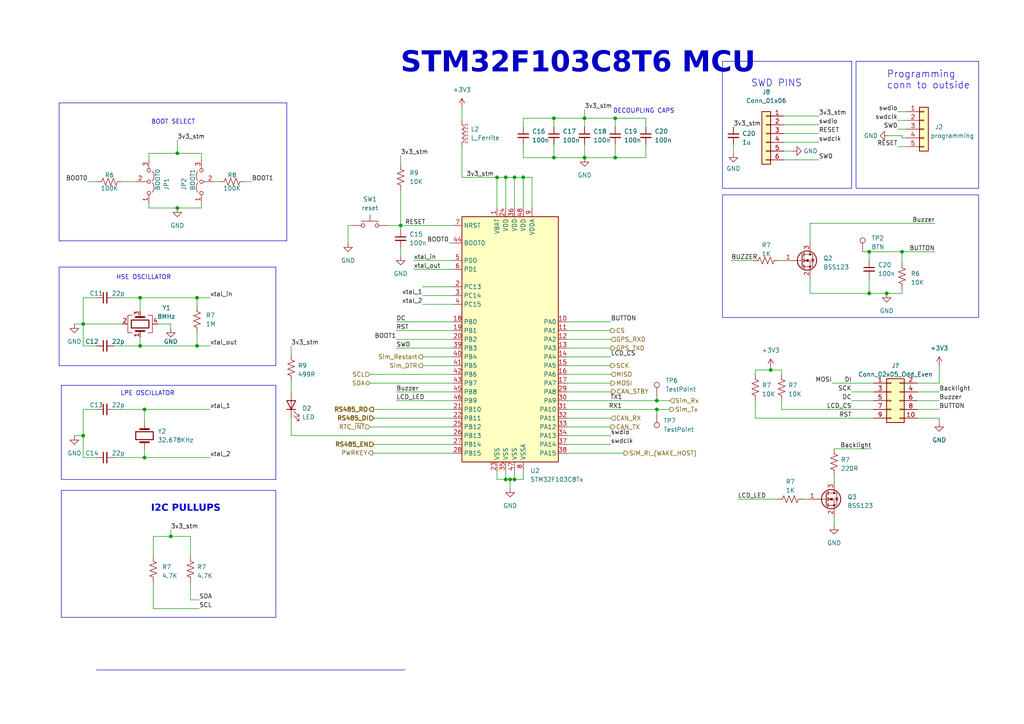
<source format=kicad_sch>
(kicad_sch (version 20230121) (generator eeschema)
  (paper "A4")
  (title_block (title "BIM BOARD") (date "2023-12-06") (rev "REV 2.0.0") (company "GEVITON") (comment 2 "Reviewed by: Timothy Kyalo") (comment 3 "Designed By: Robert Mutura") (comment 4 "BIM BOARD"))
  (lib_symbols
    (symbol "Connector:TestPoint" (pin_numbers hide) (pin_names (offset 0.762) hide)
      (property "Reference" "TP" (at 0 6.858 0))
      (property "Value" "TestPoint" (at 0 5.08 0))
      (symbol "TestPoint_0_1"
        (circle (center 0 3.302) (radius 0.762))
      )
      (symbol "TestPoint_1_1"
        (pin passive line (at 0 0 90) (length 2.54) (name "1") (number "1"))
      )
    )
    (symbol "Connector_Generic:Conn_01x05" (pin_names (offset 1.016) hide)
      (property "Reference" "J" (at 0 7.62 0))
      (property "Value" "Conn_01x05" (at 0 -7.62 0))
      (symbol "Conn_01x05_1_1"
        (rectangle (start -1.27 -4.953) (end 0 -5.207) (stroke (width 0.1524)))
        (rectangle (start -1.27 -2.413) (end 0 -2.667) (stroke (width 0.1524)))
        (rectangle (start -1.27 0.127) (end 0 -0.127) (stroke (width 0.1524)))
        (rectangle (start -1.27 2.667) (end 0 2.413) (stroke (width 0.1524)))
        (rectangle (start -1.27 5.207) (end 0 4.953) (stroke (width 0.1524)))
        (rectangle (start -1.27 6.35) (end 1.27 -6.35) (stroke (width 0.254)) (fill (type background)))
        (pin passive line (at -5.08 5.08 0) (length 3.81) (name "Pin_1") (number "1"))
        (pin passive line (at -5.08 2.54 0) (length 3.81) (name "Pin_2") (number "2"))
        (pin passive line (at -5.08 0 0) (length 3.81) (name "Pin_3") (number "3"))
        (pin passive line (at -5.08 -2.54 0) (length 3.81) (name "Pin_4") (number "4"))
        (pin passive line (at -5.08 -5.08 0) (length 3.81) (name "Pin_5") (number "5"))
      )
    )
    (symbol "Connector_Generic:Conn_01x06" (pin_names (offset 1.016) hide)
      (property "Reference" "J" (at 0 7.62 0))
      (property "Value" "Conn_01x06" (at 0 -10.16 0))
      (symbol "Conn_01x06_1_1"
        (rectangle (start -1.27 -7.493) (end 0 -7.747) (stroke (width 0.1524)))
        (rectangle (start -1.27 -4.953) (end 0 -5.207) (stroke (width 0.1524)))
        (rectangle (start -1.27 -2.413) (end 0 -2.667) (stroke (width 0.1524)))
        (rectangle (start -1.27 0.127) (end 0 -0.127) (stroke (width 0.1524)))
        (rectangle (start -1.27 2.667) (end 0 2.413) (stroke (width 0.1524)))
        (rectangle (start -1.27 5.207) (end 0 4.953) (stroke (width 0.1524)))
        (rectangle (start -1.27 6.35) (end 1.27 -8.89) (stroke (width 0.254)) (fill (type background)))
        (pin passive line (at -5.08 5.08 0) (length 3.81) (name "Pin_1") (number "1"))
        (pin passive line (at -5.08 2.54 0) (length 3.81) (name "Pin_2") (number "2"))
        (pin passive line (at -5.08 0 0) (length 3.81) (name "Pin_3") (number "3"))
        (pin passive line (at -5.08 -2.54 0) (length 3.81) (name "Pin_4") (number "4"))
        (pin passive line (at -5.08 -5.08 0) (length 3.81) (name "Pin_5") (number "5"))
        (pin passive line (at -5.08 -7.62 0) (length 3.81) (name "Pin_6") (number "6"))
      )
    )
    (symbol "Connector_Generic:Conn_02x05_Odd_Even" (pin_names (offset 1.016) hide)
      (property "Reference" "J" (at 1.27 7.62 0))
      (property "Value" "Conn_02x05_Odd_Even" (at 1.27 -7.62 0))
      (symbol "Conn_02x05_Odd_Even_1_1"
        (rectangle (start -1.27 -4.953) (end 0 -5.207) (stroke (width 0.1524)))
        (rectangle (start -1.27 -2.413) (end 0 -2.667) (stroke (width 0.1524)))
        (rectangle (start -1.27 0.127) (end 0 -0.127) (stroke (width 0.1524)))
        (rectangle (start -1.27 2.667) (end 0 2.413) (stroke (width 0.1524)))
        (rectangle (start -1.27 5.207) (end 0 4.953) (stroke (width 0.1524)))
        (rectangle (start -1.27 6.35) (end 3.81 -6.35) (stroke (width 0.254)) (fill (type background)))
        (rectangle (start 3.81 -4.953) (end 2.54 -5.207) (stroke (width 0.1524)))
        (rectangle (start 3.81 -2.413) (end 2.54 -2.667) (stroke (width 0.1524)))
        (rectangle (start 3.81 0.127) (end 2.54 -0.127) (stroke (width 0.1524)))
        (rectangle (start 3.81 2.667) (end 2.54 2.413) (stroke (width 0.1524)))
        (rectangle (start 3.81 5.207) (end 2.54 4.953) (stroke (width 0.1524)))
        (pin passive line (at -5.08 5.08 0) (length 3.81) (name "Pin_1") (number "1"))
        (pin passive line (at 7.62 -5.08 180) (length 3.81) (name "Pin_10") (number "10"))
        (pin passive line (at 7.62 5.08 180) (length 3.81) (name "Pin_2") (number "2"))
        (pin passive line (at -5.08 2.54 0) (length 3.81) (name "Pin_3") (number "3"))
        (pin passive line (at 7.62 2.54 180) (length 3.81) (name "Pin_4") (number "4"))
        (pin passive line (at -5.08 0 0) (length 3.81) (name "Pin_5") (number "5"))
        (pin passive line (at 7.62 0 180) (length 3.81) (name "Pin_6") (number "6"))
        (pin passive line (at -5.08 -2.54 0) (length 3.81) (name "Pin_7") (number "7"))
        (pin passive line (at 7.62 -2.54 180) (length 3.81) (name "Pin_8") (number "8"))
        (pin passive line (at -5.08 -5.08 0) (length 3.81) (name "Pin_9") (number "9"))
      )
    )
    (symbol "Device:C_Small" (pin_numbers hide) (pin_names (offset 0.254) hide)
      (property "Reference" "C" (at 0.254 1.778 0))
      (property "Value" "C_Small" (at 0.254 -2.032 0))
      (symbol "C_Small_0_1"
        (polyline (pts (xy -1.524 -0.508) (xy 1.524 -0.508)) (stroke (width 0.3302)))
        (polyline (pts (xy -1.524 0.508) (xy 1.524 0.508)) (stroke (width 0.3048)))
      )
      (symbol "C_Small_1_1"
        (pin passive line (at 0 2.54 270) (length 2.032) (name "~") (number "1"))
        (pin passive line (at 0 -2.54 90) (length 2.032) (name "~") (number "2"))
      )
    )
    (symbol "Device:Crystal" (pin_numbers hide) (pin_names (offset 1.016) hide)
      (property "Reference" "Y" (at 0 3.81 0))
      (property "Value" "Crystal" (at 0 -3.81 0))
      (symbol "Crystal_0_1"
        (rectangle (start -1.143 2.54) (end 1.143 -2.54) (stroke (width 0.3048)))
        (polyline (pts (xy -2.54 0) (xy -1.905 0)))
        (polyline (pts (xy -1.905 -1.27) (xy -1.905 1.27)) (stroke (width 0.508)))
        (polyline (pts (xy 1.905 -1.27) (xy 1.905 1.27)) (stroke (width 0.508)))
        (polyline (pts (xy 2.54 0) (xy 1.905 0)))
      )
      (symbol "Crystal_1_1"
        (pin passive line (at -3.81 0 0) (length 1.27) (name "1") (number "1"))
        (pin passive line (at 3.81 0 180) (length 1.27) (name "2") (number "2"))
      )
    )
    (symbol "Device:Crystal_GND24" (pin_names (offset 1.016) hide)
      (property "Reference" "Y" (at 3.175 5.08 0))
      (property "Value" "Crystal_GND24" (at 3.175 3.175 0))
      (symbol "Crystal_GND24_0_1"
        (rectangle (start -1.143 2.54) (end 1.143 -2.54) (stroke (width 0.3048)))
        (polyline (pts (xy -2.54 0) (xy -2.032 0)))
        (polyline (pts (xy -2.032 -1.27) (xy -2.032 1.27)) (stroke (width 0.508)))
        (polyline (pts (xy 0 -3.81) (xy 0 -3.556)))
        (polyline (pts (xy 0 3.556) (xy 0 3.81)))
        (polyline (pts (xy 2.032 -1.27) (xy 2.032 1.27)) (stroke (width 0.508)))
        (polyline (pts (xy 2.032 0) (xy 2.54 0)))
        (polyline (pts (xy -2.54 -2.286) (xy -2.54 -3.556) (xy 2.54 -3.556) (xy 2.54 -2.286)))
        (polyline (pts (xy -2.54 2.286) (xy -2.54 3.556) (xy 2.54 3.556) (xy 2.54 2.286)))
      )
      (symbol "Crystal_GND24_1_1"
        (pin passive line (at -3.81 0 0) (length 1.27) (name "1") (number "1"))
        (pin passive line (at 0 5.08 270) (length 1.27) (name "2") (number "2"))
        (pin passive line (at 3.81 0 180) (length 1.27) (name "3") (number "3"))
        (pin passive line (at 0 -5.08 90) (length 1.27) (name "4") (number "4"))
      )
    )
    (symbol "Device:LED" (pin_numbers hide) (pin_names (offset 1.016) hide)
      (property "Reference" "D" (at 0 2.54 0))
      (property "Value" "LED" (at 0 -2.54 0))
      (symbol "LED_0_1"
        (polyline (pts (xy -1.27 -1.27) (xy -1.27 1.27)) (stroke (width 0.254)))
        (polyline (pts (xy -1.27 0) (xy 1.27 0)))
        (polyline (pts (xy 1.27 -1.27) (xy 1.27 1.27) (xy -1.27 0) (xy 1.27 -1.27)) (stroke (width 0.254)))
        (polyline (pts (xy -3.048 -0.762) (xy -4.572 -2.286) (xy -3.81 -2.286) (xy -4.572 -2.286) (xy -4.572 -1.524)))
        (polyline (pts (xy -1.778 -0.762) (xy -3.302 -2.286) (xy -2.54 -2.286) (xy -3.302 -2.286) (xy -3.302 -1.524)))
      )
      (symbol "LED_1_1"
        (pin passive line (at -3.81 0 0) (length 2.54) (name "K") (number "1"))
        (pin passive line (at 3.81 0 180) (length 2.54) (name "A") (number "2"))
      )
    )
    (symbol "Device:L_Ferrite" (pin_numbers hide) (pin_names (offset 1.016) hide)
      (property "Reference" "L" (at -1.27 0 90))
      (property "Value" "L_Ferrite" (at 2.794 0 90))
      (symbol "L_Ferrite_0_1"
        (arc (start 0 -2.54) (mid 0.6323 -1.905) (end 0 -1.27))
        (arc (start 0 -1.27) (mid 0.6323 -0.635) (end 0 0))
        (polyline (pts (xy 1.016 -2.794) (xy 1.016 -2.286)))
        (polyline (pts (xy 1.016 -1.778) (xy 1.016 -1.27)))
        (polyline (pts (xy 1.016 -0.762) (xy 1.016 -0.254)))
        (polyline (pts (xy 1.016 0.254) (xy 1.016 0.762)))
        (polyline (pts (xy 1.016 1.27) (xy 1.016 1.778)))
        (polyline (pts (xy 1.016 2.286) (xy 1.016 2.794)))
        (polyline (pts (xy 1.524 -2.286) (xy 1.524 -2.794)))
        (polyline (pts (xy 1.524 -1.27) (xy 1.524 -1.778)))
        (polyline (pts (xy 1.524 -0.254) (xy 1.524 -0.762)))
        (polyline (pts (xy 1.524 0.762) (xy 1.524 0.254)))
        (polyline (pts (xy 1.524 1.778) (xy 1.524 1.27)))
        (polyline (pts (xy 1.524 2.794) (xy 1.524 2.286)))
        (arc (start 0 0) (mid 0.6323 0.635) (end 0 1.27))
        (arc (start 0 1.27) (mid 0.6323 1.905) (end 0 2.54))
      )
      (symbol "L_Ferrite_1_1"
        (pin passive line (at 0 3.81 270) (length 1.27) (name "1") (number "1"))
        (pin passive line (at 0 -3.81 90) (length 1.27) (name "2") (number "2"))
      )
    )
    (symbol "Device:R_US" (pin_numbers hide) (pin_names (offset 0))
      (property "Reference" "R" (at 2.54 0 90))
      (property "Value" "R_US" (at -2.54 0 90))
      (symbol "R_US_0_1"
        (polyline (pts (xy 0 -2.286) (xy 0 -2.54)))
        (polyline (pts (xy 0 2.286) (xy 0 2.54)))
        (polyline (pts (xy 0 -0.762) (xy 1.016 -1.143) (xy 0 -1.524) (xy -1.016 -1.905) (xy 0 -2.286)))
        (polyline (pts (xy 0 0.762) (xy 1.016 0.381) (xy 0 0) (xy -1.016 -0.381) (xy 0 -0.762)))
        (polyline (pts (xy 0 2.286) (xy 1.016 1.905) (xy 0 1.524) (xy -1.016 1.143) (xy 0 0.762)))
      )
      (symbol "R_US_1_1"
        (pin passive line (at 0 3.81 270) (length 1.27) (name "~") (number "1"))
        (pin passive line (at 0 -3.81 90) (length 1.27) (name "~") (number "2"))
      )
    )
    (symbol "Jumper:Jumper_3_Open" (pin_names (offset 0) hide)
      (property "Reference" "JP" (at -2.54 -2.54 0))
      (property "Value" "Jumper_3_Open" (at 0 2.794 0))
      (symbol "Jumper_3_Open_0_0"
        (circle (center -3.302 0) (radius 0.508))
        (circle (center 0 0) (radius 0.508))
        (circle (center 3.302 0) (radius 0.508))
      )
      (symbol "Jumper_3_Open_0_1"
        (arc (start -0.254 1.016) (mid -1.651 1.4992) (end -3.048 1.016))
        (polyline (pts (xy 0 -0.508) (xy 0 -1.27)))
        (arc (start 3.048 1.016) (mid 1.651 1.4992) (end 0.254 1.016))
      )
      (symbol "Jumper_3_Open_1_1"
        (pin passive line (at -6.35 0 0) (length 2.54) (name "A") (number "1"))
        (pin passive line (at 0 -3.81 90) (length 2.54) (name "C") (number "2"))
        (pin passive line (at 6.35 0 180) (length 2.54) (name "B") (number "3"))
      )
    )
    (symbol "MCU_ST_STM32F1:STM32F103C8Tx"
      (property "Reference" "U" (at -15.24 36.83 0))
      (property "Value" "STM32F103C8Tx" (at 7.62 36.83 0))
      (symbol "STM32F103C8Tx_0_1"
        (rectangle (start -15.24 -35.56) (end 12.7 35.56) (stroke (width 0.254)) (fill (type background)))
      )
      (symbol "STM32F103C8Tx_1_1"
        (pin power_in line (at -5.08 38.1 270) (length 2.54) (name "VBAT") (number "1"))
        (pin bidirectional line (at 15.24 5.08 180) (length 2.54) (name "PA0") (number "10"))
        (pin bidirectional line (at 15.24 2.54 180) (length 2.54) (name "PA1") (number "11"))
        (pin bidirectional line (at 15.24 0 180) (length 2.54) (name "PA2") (number "12"))
        (pin bidirectional line (at 15.24 -2.54 180) (length 2.54) (name "PA3") (number "13"))
        (pin bidirectional line (at 15.24 -5.08 180) (length 2.54) (name "PA4") (number "14"))
        (pin bidirectional line (at 15.24 -7.62 180) (length 2.54) (name "PA5") (number "15"))
        (pin bidirectional line (at 15.24 -10.16 180) (length 2.54) (name "PA6") (number "16"))
        (pin bidirectional line (at 15.24 -12.7 180) (length 2.54) (name "PA7") (number "17"))
        (pin bidirectional line (at -17.78 5.08 0) (length 2.54) (name "PB0") (number "18"))
        (pin bidirectional line (at -17.78 2.54 0) (length 2.54) (name "PB1") (number "19"))
        (pin bidirectional line (at -17.78 15.24 0) (length 2.54) (name "PC13") (number "2"))
        (pin bidirectional line (at -17.78 0 0) (length 2.54) (name "PB2") (number "20"))
        (pin bidirectional line (at -17.78 -20.32 0) (length 2.54) (name "PB10") (number "21"))
        (pin bidirectional line (at -17.78 -22.86 0) (length 2.54) (name "PB11") (number "22"))
        (pin power_in line (at -5.08 -38.1 90) (length 2.54) (name "VSS") (number "23"))
        (pin power_in line (at -2.54 38.1 270) (length 2.54) (name "VDD") (number "24"))
        (pin bidirectional line (at -17.78 -25.4 0) (length 2.54) (name "PB12") (number "25"))
        (pin bidirectional line (at -17.78 -27.94 0) (length 2.54) (name "PB13") (number "26"))
        (pin bidirectional line (at -17.78 -30.48 0) (length 2.54) (name "PB14") (number "27"))
        (pin bidirectional line (at -17.78 -33.02 0) (length 2.54) (name "PB15") (number "28"))
        (pin bidirectional line (at 15.24 -15.24 180) (length 2.54) (name "PA8") (number "29"))
        (pin bidirectional line (at -17.78 12.7 0) (length 2.54) (name "PC14") (number "3"))
        (pin bidirectional line (at 15.24 -17.78 180) (length 2.54) (name "PA9") (number "30"))
        (pin bidirectional line (at 15.24 -20.32 180) (length 2.54) (name "PA10") (number "31"))
        (pin bidirectional line (at 15.24 -22.86 180) (length 2.54) (name "PA11") (number "32"))
        (pin bidirectional line (at 15.24 -25.4 180) (length 2.54) (name "PA12") (number "33"))
        (pin bidirectional line (at 15.24 -27.94 180) (length 2.54) (name "PA13") (number "34"))
        (pin power_in line (at -2.54 -38.1 90) (length 2.54) (name "VSS") (number "35"))
        (pin power_in line (at 0 38.1 270) (length 2.54) (name "VDD") (number "36"))
        (pin bidirectional line (at 15.24 -30.48 180) (length 2.54) (name "PA14") (number "37"))
        (pin bidirectional line (at 15.24 -33.02 180) (length 2.54) (name "PA15") (number "38"))
        (pin bidirectional line (at -17.78 -2.54 0) (length 2.54) (name "PB3") (number "39"))
        (pin bidirectional line (at -17.78 10.16 0) (length 2.54) (name "PC15") (number "4"))
        (pin bidirectional line (at -17.78 -5.08 0) (length 2.54) (name "PB4") (number "40"))
        (pin bidirectional line (at -17.78 -7.62 0) (length 2.54) (name "PB5") (number "41"))
        (pin bidirectional line (at -17.78 -10.16 0) (length 2.54) (name "PB6") (number "42"))
        (pin bidirectional line (at -17.78 -12.7 0) (length 2.54) (name "PB7") (number "43"))
        (pin input line (at -17.78 27.94 0) (length 2.54) (name "BOOT0") (number "44"))
        (pin bidirectional line (at -17.78 -15.24 0) (length 2.54) (name "PB8") (number "45"))
        (pin bidirectional line (at -17.78 -17.78 0) (length 2.54) (name "PB9") (number "46"))
        (pin power_in line (at 0 -38.1 90) (length 2.54) (name "VSS") (number "47"))
        (pin power_in line (at 2.54 38.1 270) (length 2.54) (name "VDD") (number "48"))
        (pin input line (at -17.78 22.86 0) (length 2.54) (name "PD0") (number "5"))
        (pin input line (at -17.78 20.32 0) (length 2.54) (name "PD1") (number "6"))
        (pin input line (at -17.78 33.02 0) (length 2.54) (name "NRST") (number "7"))
        (pin power_in line (at 2.54 -38.1 90) (length 2.54) (name "VSSA") (number "8"))
        (pin power_in line (at 5.08 38.1 270) (length 2.54) (name "VDDA") (number "9"))
      )
    )
    (symbol "Switch:SW_Push" (pin_numbers hide) (pin_names (offset 1.016) hide)
      (property "Reference" "SW" (at 1.27 2.54 0))
      (property "Value" "SW_Push" (at 0 -1.524 0))
      (symbol "SW_Push_0_1"
        (circle (center -2.032 0) (radius 0.508))
        (polyline (pts (xy 0 1.27) (xy 0 3.048)))
        (polyline (pts (xy 2.54 1.27) (xy -2.54 1.27)))
        (circle (center 2.032 0) (radius 0.508))
        (pin passive line (at -5.08 0 0) (length 2.54) (name "1") (number "1"))
        (pin passive line (at 5.08 0 180) (length 2.54) (name "2") (number "2"))
      )
    )
    (symbol "Transistor_FET:BSS123" (pin_names hide)
      (property "Reference" "Q" (at 5.08 1.905 0))
      (property "Value" "BSS123" (at 5.08 0 0))
      (symbol "BSS123_0_1"
        (polyline (pts (xy 0.254 0) (xy -2.54 0)))
        (polyline (pts (xy 0.254 1.905) (xy 0.254 -1.905)) (stroke (width 0.254)))
        (polyline (pts (xy 0.762 -1.27) (xy 0.762 -2.286)) (stroke (width 0.254)))
        (polyline (pts (xy 0.762 0.508) (xy 0.762 -0.508)) (stroke (width 0.254)))
        (polyline (pts (xy 0.762 2.286) (xy 0.762 1.27)) (stroke (width 0.254)))
        (polyline (pts (xy 2.54 2.54) (xy 2.54 1.778)))
        (polyline (pts (xy 2.54 -2.54) (xy 2.54 0) (xy 0.762 0)))
        (polyline (pts (xy 0.762 -1.778) (xy 3.302 -1.778) (xy 3.302 1.778) (xy 0.762 1.778)))
        (polyline (pts (xy 1.016 0) (xy 2.032 0.381) (xy 2.032 -0.381) (xy 1.016 0)) (fill (type outline)))
        (polyline (pts (xy 2.794 0.508) (xy 2.921 0.381) (xy 3.683 0.381) (xy 3.81 0.254)))
        (polyline (pts (xy 3.302 0.381) (xy 2.921 -0.254) (xy 3.683 -0.254) (xy 3.302 0.381)))
        (circle (center 1.651 0) (radius 2.794) (stroke (width 0.254)))
        (circle (center 2.54 -1.778) (radius 0.254) (fill (type outline)))
        (circle (center 2.54 1.778) (radius 0.254) (fill (type outline)))
      )
      (symbol "BSS123_1_1"
        (pin input line (at -5.08 0 0) (length 2.54) (name "G") (number "1"))
        (pin passive line (at 2.54 -5.08 90) (length 2.54) (name "S") (number "2"))
        (pin passive line (at 2.54 5.08 270) (length 2.54) (name "D") (number "3"))
      )
    )
    (symbol "power:+3V3" (power) (pin_names (offset 0))
      (property "Value" "+3V3" (at 0 3.556 0))
      (symbol "+3V3_0_1"
        (polyline (pts (xy -0.762 1.27) (xy 0 2.54)))
        (polyline (pts (xy 0 0) (xy 0 2.54)))
        (polyline (pts (xy 0 2.54) (xy 0.762 1.27)))
      )
      (symbol "+3V3_1_1"
        (pin power_in line (at 0 0 90) (length 0) hide (name "+3V3") (number "1"))
      )
    )
    (symbol "power:GND" (power) (pin_names (offset 0))
      (property "Value" "GND" (at 0 -3.81 0))
      (symbol "GND_0_1"
        (polyline (pts (xy 0 0) (xy 0 -1.27) (xy 1.27 -1.27) (xy 0 -2.54) (xy -1.27 -1.27) (xy 0 -1.27)))
      )
      (symbol "GND_1_1"
        (pin power_in line (at 0 0 270) (length 0) hide (name "GND") (number "1"))
      )
    )
  )
  (junction (at 41.91 132.715))
  (junction (at 51.435 60.325))
  (junction (at 178.435 34.29))
  (junction (at 49.53 155.575))
  (junction (at 190.5 116.205))
  (junction (at 24.13 93.98))
  (junction (at 57.15 100.33))
  (junction (at 178.435 45.72))
  (junction (at 160.655 34.29))
  (junction (at 190.5 118.745))
  (junction (at 146.685 51.435))
  (junction (at 147.955 139.065))
  (junction (at 257.175 85.09))
  (junction (at 40.64 86.36))
  (junction (at 144.145 51.435))
  (junction (at 160.655 45.72))
  (junction (at 146.685 139.065))
  (junction (at 252.095 85.09))
  (junction (at 24.13 126.365))
  (junction (at 57.15 86.36))
  (junction (at 149.225 139.065))
  (junction (at 51.435 44.45))
  (junction (at 151.765 51.435))
  (junction (at 261.62 73.025))
  (junction (at 40.64 100.33))
  (junction (at 149.225 51.435))
  (junction (at 116.205 65.405))
  (junction (at 252.095 73.025))
  (junction (at 169.545 45.72))
  (junction (at 41.91 118.745))
  (junction (at 169.545 34.29))
  (junction (at 223.52 107.315))
  (wire (pts (xy 178.435 34.29) (xy 178.435 36.83)))
  (wire (pts (xy 100.965 65.405) (xy 100.965 70.485)))
  (wire (pts (xy 102.235 65.405) (xy 100.965 65.405)))
  (wire (pts (xy 164.465 116.205) (xy 190.5 116.205)))
  (wire (pts (xy 149.225 51.435) (xy 149.225 60.325)))
  (wire (pts (xy 226.695 107.315) (xy 223.52 107.315)))
  (wire (pts (xy 160.655 45.72) (xy 169.545 45.72)))
  (wire (pts (xy 58.42 60.325) (xy 58.42 59.055)))
  (wire (pts (xy 252.095 73.025) (xy 252.095 75.565)))
  (wire (pts (xy 111.0032 118.7393) (xy 111.0032 118.745)))
  (wire (pts (xy 164.465 95.885) (xy 177.165 95.885)))
  (wire (pts (xy 272.415 121.285) (xy 272.415 122.555)))
  (polyline (pts (xy 17.145 29.845) (xy 17.145 69.85)))
  (wire (pts (xy 261.62 39.37) (xy 261.62 40.005)))
  (wire (pts (xy 49.53 153.67) (xy 49.53 155.575)))
  (wire (pts (xy 151.765 34.29) (xy 151.765 36.83)))
  (wire (pts (xy 164.465 123.825) (xy 177.165 123.825)))
  (wire (pts (xy 160.655 41.91) (xy 160.655 45.72)))
  (wire (pts (xy 178.435 41.91) (xy 178.435 45.72)))
  (wire (pts (xy 25.4 52.705) (xy 27.94 52.705)))
  (polyline (pts (xy 247.015 17.78) (xy 247.015 54.61)))
  (wire (pts (xy 43.18 44.45) (xy 43.18 46.355)))
  (wire (pts (xy 219.075 107.315) (xy 219.075 108.585)))
  (wire (pts (xy 111.0032 118.745) (xy 131.445 118.745)))
  (polyline (pts (xy 247.015 54.61) (xy 209.55 54.61)))
  (wire (pts (xy 120.015 75.565) (xy 131.445 75.565)))
  (wire (pts (xy 84.455 100.33) (xy 84.455 102.87)))
  (polyline (pts (xy 17.145 77.47) (xy 17.145 106.045)))
  (wire (pts (xy 24.13 93.98) (xy 35.56 93.98)))
  (wire (pts (xy 84.455 121.285) (xy 84.455 126.365)))
  (polyline (pts (xy 80.01 106.045) (xy 17.145 106.045)))
  (wire (pts (xy 35.56 52.705) (xy 39.37 52.705)))
  (wire (pts (xy 147.955 139.065) (xy 147.955 141.605)))
  (wire (pts (xy 114.935 113.665) (xy 131.445 113.665)))
  (wire (pts (xy 177.165 103.505) (xy 164.465 103.505)))
  (wire (pts (xy 122.555 106.045) (xy 131.445 106.045)))
  (wire (pts (xy 43.18 60.325) (xy 51.435 60.325)))
  (polyline (pts (xy 80.01 111.76) (xy 80.01 139.065)))
  (wire (pts (xy 41.91 118.745) (xy 60.96 118.745)))
  (wire (pts (xy 212.09 75.565) (xy 218.44 75.565)))
  (wire (pts (xy 177.336 113.5232) (xy 177.336 113.665)))
  (wire (pts (xy 43.18 44.45) (xy 51.435 44.45)))
  (polyline (pts (xy 209.55 17.78) (xy 209.55 54.61)))
  (wire (pts (xy 107.315 111.125) (xy 131.445 111.125)))
  (wire (pts (xy 151.765 51.435) (xy 154.305 51.435)))
  (wire (pts (xy 233.045 144.78) (xy 234.315 144.78)))
  (wire (pts (xy 40.64 100.33) (xy 57.15 100.33)))
  (wire (pts (xy 164.465 126.365) (xy 177.165 126.365)))
  (wire (pts (xy 57.15 86.36) (xy 57.15 88.9)))
  (wire (pts (xy 226.695 118.745) (xy 253.365 118.745)))
  (wire (pts (xy 144.145 51.435) (xy 144.145 60.325)))
  (wire (pts (xy 109.7332 121.2557) (xy 109.7332 121.285)))
  (wire (pts (xy 272.415 106.045) (xy 272.415 111.125)))
  (wire (pts (xy 272.415 118.745) (xy 266.065 118.745)))
  (wire (pts (xy 146.685 139.065) (xy 147.955 139.065)))
  (wire (pts (xy 41.91 130.175) (xy 41.91 132.715)))
  (wire (pts (xy 116.205 65.405) (xy 112.395 65.405)))
  (polyline (pts (xy 80.01 139.065) (xy 17.78 139.065)))
  (wire (pts (xy 133.985 31.115) (xy 133.985 34.925)))
  (wire (pts (xy 108.4632 121.2557) (xy 109.7332 121.2557)))
  (wire (pts (xy 226.695 118.745) (xy 226.695 116.205)))
  (wire (pts (xy 151.765 136.525) (xy 151.765 139.065)))
  (wire (pts (xy 160.655 34.29) (xy 151.765 34.29)))
  (wire (pts (xy 108.0919 131.3658) (xy 108.0919 131.445)))
  (wire (pts (xy 164.465 111.125) (xy 177.165 111.125)))
  (wire (pts (xy 151.765 51.435) (xy 151.765 60.325)))
  (polyline (pts (xy 83.185 29.845) (xy 83.185 69.85)))
  (wire (pts (xy 84.455 110.49) (xy 84.455 113.665)))
  (wire (pts (xy 131.445 126.365) (xy 84.455 126.365)))
  (wire (pts (xy 44.45 176.53) (xy 44.45 168.91)))
  (wire (pts (xy 227.33 46.355) (xy 237.49 46.355)))
  (wire (pts (xy 261.62 76.2) (xy 261.62 73.025)))
  (wire (pts (xy 108.0919 131.445) (xy 131.445 131.445)))
  (wire (pts (xy 144.145 136.525) (xy 144.145 139.065)))
  (wire (pts (xy 114.935 100.965) (xy 131.445 100.965)))
  (wire (pts (xy 33.02 118.745) (xy 41.91 118.745)))
  (wire (pts (xy 234.95 64.77) (xy 234.95 70.485)))
  (wire (pts (xy 169.545 34.29) (xy 169.545 36.83)))
  (wire (pts (xy 227.33 33.655) (xy 237.49 33.655)))
  (wire (pts (xy 122.555 88.265) (xy 131.445 88.265)))
  (wire (pts (xy 164.465 121.285) (xy 177.165 121.285)))
  (wire (pts (xy 55.245 168.91) (xy 55.245 173.99)))
  (wire (pts (xy 44.45 155.575) (xy 49.53 155.575)))
  (wire (pts (xy 187.325 45.72) (xy 187.325 41.91)))
  (wire (pts (xy 51.435 40.64) (xy 51.435 44.45)))
  (wire (pts (xy 164.465 131.445) (xy 180.975 131.445)))
  (wire (pts (xy 57.15 96.52) (xy 57.15 100.33)))
  (wire (pts (xy 190.5 120.015) (xy 190.5 118.745)))
  (wire (pts (xy 45.72 93.98) (xy 49.53 93.98)))
  (wire (pts (xy 49.53 155.575) (xy 55.245 155.575)))
  (wire (pts (xy 44.45 161.29) (xy 44.45 155.575)))
  (wire (pts (xy 260.35 32.385) (xy 262.89 32.385)))
  (wire (pts (xy 272.415 116.205) (xy 266.065 116.205)))
  (wire (pts (xy 257.81 39.37) (xy 261.62 39.37)))
  (wire (pts (xy 146.685 136.525) (xy 146.685 139.065)))
  (wire (pts (xy 219.075 116.205) (xy 219.075 121.285)))
  (wire (pts (xy 116.205 71.755) (xy 116.205 74.295)))
  (wire (pts (xy 40.64 90.17) (xy 40.64 86.36)))
  (wire (pts (xy 133.985 51.435) (xy 144.145 51.435)))
  (wire (pts (xy 213.995 144.78) (xy 225.425 144.78)))
  (wire (pts (xy 114.935 116.205) (xy 131.445 116.205)))
  (wire (pts (xy 252.095 80.645) (xy 252.095 85.09)))
  (wire (pts (xy 169.545 41.91) (xy 169.545 45.72)))
  (wire (pts (xy 114.935 98.425) (xy 131.445 98.425)))
  (wire (pts (xy 149.225 51.435) (xy 151.765 51.435)))
  (polyline (pts (xy 17.145 77.47) (xy 80.01 77.47)))
  (wire (pts (xy 266.065 111.125) (xy 272.415 111.125)))
  (wire (pts (xy 55.245 155.575) (xy 55.245 161.29)))
  (wire (pts (xy 116.205 55.245) (xy 116.205 65.405)))
  (wire (pts (xy 164.465 98.425) (xy 177.165 98.425)))
  (wire (pts (xy 27.94 118.745) (xy 24.13 118.745)))
  (wire (pts (xy 261.62 73.025) (xy 271.145 73.025)))
  (polyline (pts (xy 27.94 194.31) (xy 117.475 194.31)))
  (wire (pts (xy 169.545 45.72) (xy 178.435 45.72)))
  (wire (pts (xy 131.445 65.405) (xy 116.205 65.405)))
  (wire (pts (xy 108.4632 128.905) (xy 131.445 128.905)))
  (wire (pts (xy 43.18 59.055) (xy 43.18 60.325)))
  (wire (pts (xy 62.23 52.705) (xy 63.5 52.705)))
  (wire (pts (xy 164.465 93.345) (xy 177.165 93.345)))
  (wire (pts (xy 227.33 36.195) (xy 237.49 36.195)))
  (wire (pts (xy 164.465 128.905) (xy 177.165 128.905)))
  (wire (pts (xy 241.935 152.4) (xy 241.935 149.86)))
  (wire (pts (xy 169.545 34.29) (xy 160.655 34.29)))
  (wire (pts (xy 24.13 132.715) (xy 27.94 132.715)))
  (wire (pts (xy 146.685 51.435) (xy 149.225 51.435)))
  (wire (pts (xy 109.7332 121.285) (xy 131.445 121.285)))
  (wire (pts (xy 21.59 126.365) (xy 24.13 126.365)))
  (wire (pts (xy 40.64 100.33) (xy 40.64 97.79)))
  (wire (pts (xy 241.3 111.125) (xy 253.365 111.125)))
  (wire (pts (xy 21.59 93.98) (xy 24.13 93.98)))
  (wire (pts (xy 260.35 34.925) (xy 262.89 34.925)))
  (wire (pts (xy 272.415 113.665) (xy 266.065 113.665)))
  (wire (pts (xy 223.52 106.68) (xy 223.52 107.315)))
  (wire (pts (xy 226.06 75.565) (xy 227.33 75.565)))
  (wire (pts (xy 178.435 45.72) (xy 187.325 45.72)))
  (wire (pts (xy 130.175 70.485) (xy 131.445 70.485)))
  (wire (pts (xy 144.145 139.065) (xy 146.685 139.065)))
  (wire (pts (xy 24.13 100.33) (xy 27.94 100.33)))
  (wire (pts (xy 164.465 106.045) (xy 177.165 106.045)))
  (wire (pts (xy 250.19 73.025) (xy 252.095 73.025)))
  (wire (pts (xy 151.765 41.91) (xy 151.765 45.72)))
  (polyline (pts (xy 17.145 29.845) (xy 83.185 29.845)))
  (wire (pts (xy 261.62 40.005) (xy 262.89 40.005)))
  (wire (pts (xy 266.065 121.285) (xy 272.415 121.285)))
  (wire (pts (xy 164.465 108.585) (xy 177.165 108.585)))
  (wire (pts (xy 57.15 86.36) (xy 60.96 86.36)))
  (wire (pts (xy 164.465 100.965) (xy 177.165 100.965)))
  (wire (pts (xy 114.935 93.345) (xy 131.445 93.345)))
  (wire (pts (xy 226.695 108.585) (xy 226.695 107.315)))
  (wire (pts (xy 131.445 83.185) (xy 122.555 83.185)))
  (wire (pts (xy 177.336 113.665) (xy 164.465 113.665)))
  (wire (pts (xy 122.555 103.505) (xy 131.445 103.505)))
  (wire (pts (xy 227.33 43.815) (xy 229.87 43.815)))
  (wire (pts (xy 51.435 60.325) (xy 58.42 60.325)))
  (wire (pts (xy 122.555 85.725) (xy 131.445 85.725)))
  (wire (pts (xy 164.465 118.745) (xy 190.5 118.745)))
  (wire (pts (xy 169.545 31.75) (xy 169.545 34.29)))
  (wire (pts (xy 144.145 51.435) (xy 146.685 51.435)))
  (wire (pts (xy 247.015 116.205) (xy 253.365 116.205)))
  (wire (pts (xy 41.91 118.745) (xy 41.91 122.555)))
  (wire (pts (xy 260.35 37.465) (xy 262.89 37.465)))
  (wire (pts (xy 252.095 73.025) (xy 261.62 73.025)))
  (wire (pts (xy 219.075 121.285) (xy 253.365 121.285)))
  (wire (pts (xy 24.13 93.98) (xy 24.13 100.33)))
  (wire (pts (xy 154.305 51.435) (xy 154.305 60.325)))
  (wire (pts (xy 57.785 176.53) (xy 44.45 176.53)))
  (wire (pts (xy 55.245 173.99) (xy 57.785 173.99)))
  (wire (pts (xy 24.13 126.365) (xy 24.13 132.715)))
  (wire (pts (xy 107.315 108.585) (xy 131.445 108.585)))
  (wire (pts (xy 24.13 86.36) (xy 24.13 93.98)))
  (wire (pts (xy 49.53 93.98) (xy 49.53 95.25)))
  (wire (pts (xy 149.225 136.525) (xy 149.225 139.065)))
  (wire (pts (xy 108.2882 118.7393) (xy 111.0032 118.7393)))
  (wire (pts (xy 40.64 86.36) (xy 57.15 86.36)))
  (wire (pts (xy 133.985 42.545) (xy 133.985 51.435)))
  (wire (pts (xy 33.02 132.715) (xy 41.91 132.715)))
  (wire (pts (xy 108.4632 128.8757) (xy 108.4632 128.905)))
  (polyline (pts (xy 80.01 77.47) (xy 80.01 106.045)))
  (wire (pts (xy 187.325 34.29) (xy 178.435 34.29)))
  (wire (pts (xy 212.725 41.91) (xy 212.725 44.45)))
  (wire (pts (xy 223.52 107.315) (xy 219.075 107.315)))
  (wire (pts (xy 227.33 41.275) (xy 237.49 41.275)))
  (wire (pts (xy 120.015 78.105) (xy 131.445 78.105)))
  (wire (pts (xy 247.015 113.665) (xy 253.365 113.665)))
  (wire (pts (xy 178.435 34.29) (xy 169.545 34.29)))
  (wire (pts (xy 41.91 132.715) (xy 60.96 132.715)))
  (wire (pts (xy 241.935 130.175) (xy 252.73 130.175)))
  (wire (pts (xy 160.655 34.29) (xy 160.655 36.83)))
  (wire (pts (xy 261.62 85.09) (xy 261.62 83.82)))
  (wire (pts (xy 33.02 100.33) (xy 40.64 100.33)))
  (wire (pts (xy 24.13 118.745) (xy 24.13 126.365)))
  (wire (pts (xy 58.42 46.355) (xy 58.42 44.45)))
  (wire (pts (xy 252.095 85.09) (xy 257.175 85.09)))
  (wire (pts (xy 27.94 86.36) (xy 24.13 86.36)))
  (wire (pts (xy 187.325 36.83) (xy 187.325 34.29)))
  (polyline (pts (xy 83.185 69.85) (xy 17.145 69.85)))
  (wire (pts (xy 149.225 139.065) (xy 151.765 139.065)))
  (wire (pts (xy 257.175 85.09) (xy 261.62 85.09)))
  (wire (pts (xy 234.95 80.645) (xy 234.95 85.09)))
  (wire (pts (xy 146.685 51.435) (xy 146.685 60.325)))
  (wire (pts (xy 116.205 65.405) (xy 116.205 66.675)))
  (wire (pts (xy 151.765 45.72) (xy 160.655 45.72)))
  (wire (pts (xy 190.5 118.745) (xy 194.31 118.745)))
  (wire (pts (xy 116.205 45.085) (xy 116.205 47.625)))
  (wire (pts (xy 114.935 95.885) (xy 131.445 95.885)))
  (wire (pts (xy 57.15 100.33) (xy 60.96 100.33)))
  (wire (pts (xy 71.12 52.705) (xy 73.025 52.705)))
  (wire (pts (xy 107.315 123.825) (xy 131.445 123.825)))
  (polyline (pts (xy 17.78 111.76) (xy 80.01 111.76)))
  (wire (pts (xy 260.35 42.545) (xy 262.89 42.545)))
  (polyline (pts (xy 209.55 17.78) (xy 247.015 17.78)))
  (wire (pts (xy 227.33 38.735) (xy 237.49 38.735)))
  (wire (pts (xy 147.955 139.065) (xy 149.225 139.065)))
  (wire (pts (xy 190.5 114.935) (xy 190.5 116.205)))
  (polyline (pts (xy 17.78 111.76) (xy 17.78 139.065)))
  (wire (pts (xy 271.145 64.77) (xy 234.95 64.77)))
  (wire (pts (xy 190.5 116.205) (xy 194.31 116.205)))
  (wire (pts (xy 33.02 86.36) (xy 40.64 86.36)))
  (wire (pts (xy 51.435 44.45) (xy 58.42 44.45)))
  (wire (pts (xy 234.95 85.09) (xy 252.095 85.09)))
  (wire (pts (xy 241.935 137.795) (xy 241.935 139.7)))
  (rectangle (start 17.78 142.24) (end 80.01 179.07))
  (rectangle (start 209.55 56.515) (end 283.845 92.075))
  (rectangle (start 248.285 17.78) (end 283.845 54.61))
  (text "DECOUPLING CAPS" (at 177.8 33.02 0) (effects (font (size 1.27 1.27)) (justify left bottom)))
  (text "SWD PINS" (at 217.805 25.4 0) (effects (font (size 2 2)) (justify left bottom)))
  (text "I2C PULLUPS" (at 43.815 149.225 0) (effects (font (size 2 2) (thickness 0.4) bold) (justify left bottom)))
  (text "LPE OSCILLATOR" (at 34.925 114.935 0) (effects (font (size 1.27 1.27)) (justify left bottom)))
  (text "STM32F103C8T6 MCU" (at 116.205 23.495 0) (effects (font (size 6 6) bold) (justify left bottom)))
  (text "Programming\nconn to outside" (at 257.175 26.035 0) (effects (font (size 2 2)) (justify left bottom)))
  (text "HSE OSCILLATOR" (at 33.655 81.28 0) (effects (font (size 1.27 1.27)) (justify left bottom)))
  (text "BOOT SELECT" (at 43.815 36.195 0) (effects (font (size 1.27 1.27)) (justify left bottom)))
  (label "3v3_stm" (at 49.53 153.67 0))
  (label "xtal_2" (at 122.555 88.265 180))
  (label "Buzzer" (at 114.935 113.665 0))
  (label "MOSI" (at 241.3 111.125 180))
  (label "BOOT1" (at 73.025 52.705 0))
  (label "DC" (at 247.015 116.205 180))
  (label "SW0" (at 114.935 100.965 0))
  (label "3v3_stm" (at 84.455 100.33 0))
  (label "xtal_in" (at 60.96 86.36 0))
  (label "RESET" (at 260.35 42.545 180))
  (label "TX1" (at 176.9483 116.205 0))
  (label "xtal_1" (at 60.96 118.745 0))
  (label "3v3_stm" (at 237.49 33.655 0))
  (label "BOOT0" (at 130.175 70.485 180))
  (label "SW0" (at 260.35 37.465 180))
  (label "Backlight" (at 272.415 113.665 0))
  (label "swdio" (at 237.49 36.195 0))
  (label "DI" (at 247.015 111.125 180))
  (label "xtal_out" (at 60.96 100.33 0))
  (label "xtal_1" (at 122.555 85.725 180))
  (label "3v3_stm" (at 116.205 45.085 0))
  (label "RESET" (at 237.49 38.735 0))
  (label "BUTTON" (at 177.165 93.345 0))
  (label "RST" (at 247.015 121.285 180))
  (label "LCD_LED" (at 213.995 144.78 0))
  (label "BOOT1" (at 114.935 98.425 180))
  (label "swdio" (at 177.165 126.365 0))
  (label "xtal_2" (at 60.96 132.715 0))
  (label "SCK" (at 247.015 113.665 180))
  (label "SCL" (at 57.785 176.53 0))
  (label "LCD_LED" (at 114.935 116.205 0))
  (label "3v3_stm" (at 51.435 40.64 0))
  (label "swdclk" (at 177.165 128.905 0))
  (label "RX1" (at 176.5488 118.745 0))
  (label "SDA" (at 57.785 173.99 0))
  (label "RST" (at 114.935 95.885 0))
  (label "swdio" (at 260.35 32.385 180))
  (label "Buzzer" (at 271.145 64.77 180))
  (label "LCD_CS" (at 247.015 118.745 180))
  (label "xtal_in" (at 120.015 75.565 0))
  (label "BUTTON" (at 271.145 73.025 180))
  (label "3v3_stm" (at 169.545 31.75 0))
  (label "Backlight" (at 252.73 130.175 180))
  (label "LCD_CS" (at 177.165 103.505 0))
  (label "swdclk" (at 260.35 34.925 180))
  (label "xtal_out" (at 120.015 78.105 0))
  (label "3v3_stm" (at 212.725 36.83 0))
  (label "BOOT0" (at 25.4 52.705 180))
  (label "3v3_stm" (at 135.255 51.435 0))
  (label "BUTTON" (at 272.415 118.745 0))
  (label "Buzzer" (at 272.415 116.205 0))
  (label "SW0" (at 237.49 46.355 0))
  (label "RESET" (at 117.475 65.405 0))
  (label "DC" (at 114.935 93.345 0))
  (label "swdclk" (at 237.49 41.275 0))
  (label "BUZZER" (at 212.09 75.565 0))
  (hierarchical_label "RS485_EN" (shape input) (at 108.4632 128.8757 180) (effects (font bold)))
  (hierarchical_label "CAN_STBY" (shape output) (at 177.336 113.5232 0))
  (hierarchical_label "GPS_TXD" (shape output) (at 177.165 100.965 0))
  (hierarchical_label "MOSI" (shape output) (at 177.165 111.125 0))
  (hierarchical_label "CS" (shape output) (at 177.165 95.885 0))
  (hierarchical_label "CAN_TX" (shape output) (at 177.165 123.825 0))
  (hierarchical_label "Sim_Restart" (shape output) (at 122.555 103.505 180))
  (hierarchical_label "Sim_Rx" (shape input) (at 194.31 116.205 0))
  (hierarchical_label "RS485_RO" (shape output) (at 108.2882 118.7393 180) (effects (font bold)))
  (hierarchical_label "CAN_RX" (shape input) (at 177.165 121.285 0))
  (hierarchical_label "PWRKEY" (shape output) (at 108.0919 131.3658 180))
  (hierarchical_label "SDA" (shape bidirectional) (at 107.315 111.125 180))
  (hierarchical_label "GPS_RXD" (shape input) (at 177.165 98.425 0))
  (hierarchical_label "MISO" (shape input) (at 177.165 108.585 0))
  (hierarchical_label "SCK" (shape output) (at 177.165 106.045 0))
  (hierarchical_label "RS485_DI" (shape input) (at 108.4632 121.2557 180) (effects (font bold)))
  (hierarchical_label "SIM_RI_(WAKE_HOST)" (shape output) (at 180.975 131.445 0))
  (hierarchical_label "SCL" (shape input) (at 107.315 108.585 180))
  (hierarchical_label "Sim_DTR" (shape output) (at 122.555 106.045 180))
  (hierarchical_label "RTC_~{INT}" (shape input) (at 107.315 123.825 180))
  (hierarchical_label "Sim_Tx" (shape output) (at 194.31 118.745 0))
  (symbol (lib_id "power:GND") (at 21.59 126.365 0) (unit 1)
    (property "Reference" "#PWR017" (effects hide))
    (property "Value" "GND" (at 21.59 131.445 0))
    (instances (project "ALERT_RIDER_HARDWARE" (path "" (reference "#PWR017") (unit 1))) (project "BIM_PCB" (path "" (reference "#PWR018") (unit 1))))
  )
  (symbol (lib_id "power:GND") (at 116.205 74.295 0) (unit 1)
    (property "Reference" "#PWR021" (effects hide))
    (property "Value" "GND" (at 116.205 79.375 0))
    (instances (project "ALERT_RIDER_HARDWARE" (path "" (reference "#PWR021") (unit 1))) (project "BIM_PCB" (path "" (reference "#PWR012") (unit 1))))
  )
  (symbol (lib_id "Device:C_Small") (at 169.545 39.37 0) (unit 1)
    (property "Reference" "C18" (at 172.085 38.1062 0) (effects (justify left)))
    (property "Value" "100n" (at 172.085 40.6462 0) (effects (justify left)))
    (property "Footprint" "Capacitor_SMD:C_0402_1005Metric" (effects hide))
    (instances (project "ALERT_RIDER_HARDWARE" (path "" (reference "C18") (unit 1))) (project "BIM_PCB" (path "" (reference "C3") (unit 1))))
  )
  (symbol (lib_id "power:+3V3") (at 133.985 31.115 0) (unit 1)
    (property "Reference" "#PWR022" (effects hide))
    (property "Value" "+3V3" (at 133.985 26.035 0))
    (instances (project "ALERT_RIDER_HARDWARE" (path "" (reference "#PWR022") (unit 1))) (project "BIM_PCB" (path "" (reference "#PWR05") (unit 1))))
  )
  (symbol (lib_id "Device:R_US") (at 57.15 92.71 0) (unit 1)
    (property "Reference" "R7" (at 59.69 91.4399 0) (effects (justify left)))
    (property "Value" "1M" (at 59.69 93.9799 0) (effects (justify left)))
    (property "Footprint" "Resistor_SMD:R_0402_1005Metric" (effects hide))
  )
  (symbol (lib_id "Device:C_Small") (at 252.095 78.105 0) (unit 1)
    (property "Reference" "C20" (at 254.635 76.8412 0) (effects (justify left)))
    (property "Value" "100n" (at 254.635 79.3812 0) (effects (justify left)))
    (property "Footprint" "Capacitor_SMD:C_0402_1005Metric" (effects hide))
    (instances (project "ALERT_RIDER_HARDWARE" (path "" (reference "C20") (unit 1))) (project "BIM_PCB" (path "" (reference "C8") (unit 1))))
  )
  (symbol (lib_id "power:GND") (at 257.175 85.09 0) (unit 1)
    (property "Reference" "#PWR023" (effects hide))
    (property "Value" "GND" (at 257.175 90.17 0))
    (instances (project "ALERT_RIDER_HARDWARE" (path "" (reference "#PWR023") (unit 1))) (project "BIM_PCB" (path "" (reference "#PWR013") (unit 1))))
  )
  (symbol (lib_id "Device:R_US") (at 55.245 165.1 180) (unit 1)
    (property "Reference" "R7" (at 57.15 164.465 0) (effects (justify right)))
    (property "Value" "4.7K" (at 57.15 167.005 0) (effects (justify right)))
    (property "Footprint" "Resistor_SMD:R_0402_1005Metric" (effects hide))
    (instances (project "ALERT_RIDER_HARDWARE" (path "" (reference "R7") (unit 1))) (project "BIM_PCB" (path "" (reference "R14") (unit 1))))
  )
  (symbol (lib_id "Device:Crystal_GND24") (at 40.64 93.98 90) (unit 1)
    (property "Reference" "Y1" (at 48.26 89.281 90))
    (property "Value" "8MHz" (at 48.26 91.821 90))
    (property "Footprint" "Crystal:Crystal_SMD_3225-4Pin_3.2x2.5mm" (effects hide))
  )
  (symbol (lib_id "Connector_Generic:Conn_01x06") (at 222.25 38.735 0) (mirror y) (unit 1)
    (property "Reference" "J8" (at 222.25 26.67 0))
    (property "Value" "Conn_01x06" (at 222.25 29.21 0))
    (property "Footprint" "greencharge-footprints:J-LINK_6-PIN_NEEDLE_ADAPTER" (effects hide))
    (instances (project "ALERT_RIDER_HARDWARE" (path "" (reference "J8") (unit 1))) (project "BIM_PCB" (path "" (reference "J3") (unit 1))))
  )
  (symbol (lib_id "power:GND") (at 49.53 95.25 0) (unit 1)
    (property "Reference" "#PWR019" (effects hide))
    (property "Value" "GND" (at 49.53 99.06 0))
    (instances (project "ALERT_RIDER_HARDWARE" (path "" (reference "#PWR019") (unit 1))) (project "BIM_PCB" (path "" (reference "#PWR015") (unit 1))))
  )
  (symbol (lib_id "Device:LED") (at 84.455 117.475 90) (unit 1)
    (property "Reference" "D2" (at 87.63 118.4275 90) (effects (justify right)))
    (property "Value" "LED" (at 87.63 120.9675 90) (effects (justify right)))
    (property "Footprint" "LED_SMD:LED_0603_1608Metric" (effects hide))
  )
  (symbol (lib_id "power:GND") (at 147.955 141.605 0) (unit 1)
    (property "Reference" "#PWR023" (effects hide))
    (property "Value" "GND" (at 147.955 146.685 0))
    (instances (project "ALERT_RIDER_HARDWARE" (path "" (reference "#PWR023") (unit 1))) (project "BIM_PCB" (path "" (reference "#PWR019") (unit 1))))
  )
  (symbol (lib_id "Device:Crystal") (at 41.91 126.365 90) (unit 1)
    (property "Reference" "Y2" (at 45.72 125.0949 90) (effects (justify right)))
    (property "Value" "32.678KHz" (at 45.72 127.6349 90) (effects (justify right)))
    (property "Footprint" "Crystal:Crystal_SMD_3215-2Pin_3.2x1.5mm" (effects hide))
  )
  (symbol (lib_id "Transistor_FET:BSS123") (at 232.41 75.565 0) (unit 1)
    (property "Reference" "Q2" (at 238.76 74.93 0) (effects (justify left)))
    (property "Value" "BSS123" (at 238.76 77.47 0) (effects (justify left)))
    (property "Footprint" "Package_TO_SOT_SMD:SOT-23" (effects hide))
    (property "Datasheet" "http://www.diodes.com/assets/Datasheets/ds30366.pdf" (effects hide))
  )
  (symbol (lib_id "Device:R_US") (at 226.695 112.395 180) (unit 1)
    (property "Reference" "R7" (at 228.6 111.76 0) (effects (justify right)))
    (property "Value" "10K" (at 228.6 114.3 0) (effects (justify right)))
    (property "Footprint" "Resistor_SMD:R_0402_1005Metric" (effects hide))
    (instances (project "ALERT_RIDER_HARDWARE" (path "" (reference "R7") (unit 1))) (project "BIM_PCB" (path "" (reference "R10") (unit 1))))
  )
  (symbol (lib_id "Device:C_Small") (at 178.435 39.37 0) (unit 1)
    (property "Reference" "C19" (at 180.975 38.1062 0) (effects (justify left)))
    (property "Value" "100n" (at 180.975 40.6462 0) (effects (justify left)))
    (property "Footprint" "Capacitor_SMD:C_0402_1005Metric" (effects hide))
    (instances (project "ALERT_RIDER_HARDWARE" (path "" (reference "C19") (unit 1))) (project "BIM_PCB" (path "" (reference "C4") (unit 1))))
  )
  (symbol (lib_id "power:GND") (at 21.59 93.98 0) (unit 1)
    (property "Reference" "#PWR018" (effects hide))
    (property "Value" "GND" (at 21.59 99.06 0))
    (instances (project "ALERT_RIDER_HARDWARE" (path "" (reference "#PWR018") (unit 1))) (project "BIM_PCB" (path "" (reference "#PWR014") (unit 1))))
  )
  (symbol (lib_id "Device:R_US") (at 31.75 52.705 90) (unit 1)
    (property "Reference" "R6" (at 31.75 50.8 90))
    (property "Value" "100K" (at 31.75 54.61 90))
    (property "Footprint" "Resistor_SMD:R_0402_1005Metric" (effects hide))
    (instances (project "ALERT_RIDER_HARDWARE" (path "" (reference "R6") (unit 1))) (project "BIM_PCB" (path "" (reference "R3") (unit 1))))
  )
  (symbol (lib_id "Transistor_FET:BSS123") (at 239.395 144.78 0) (unit 1)
    (property "Reference" "Q3" (at 245.745 144.145 0) (effects (justify left)))
    (property "Value" "BSS123" (at 245.745 146.685 0) (effects (justify left)))
    (property "Footprint" "Package_TO_SOT_SMD:SOT-23" (effects hide))
    (property "Datasheet" "http://www.diodes.com/assets/Datasheets/ds30366.pdf" (effects hide))
  )
  (symbol (lib_id "Connector:TestPoint") (at 250.19 73.025 0) (unit 1)
    (property "Reference" "TP2" (at 252.73 69.088 0) (effects (justify left)))
    (property "Value" "BTN" (at 252.73 71.628 0) (effects (justify left)))
    (property "Footprint" "brilliant-kicad-library:TestPoint_Pad_D0.9mm" (effects hide))
  )
  (symbol (lib_id "Connector:TestPoint") (at 190.5 114.935 0) (unit 1)
    (property "Reference" "TP6" (at 192.9735 110.3629 0) (effects (justify left)))
    (property "Value" "TestPoint" (at 192.9735 112.9029 0) (effects (justify left)))
    (property "Footprint" "brilliant-kicad-library:TestPoint_Pad_D0.9mm" (effects hide))
    (instances (project "ALERT_RIDER_HARDWARE" (path "" (reference "TP6") (unit 1))) (project "BIM_PCB" (path "" (reference "TP3") (unit 1))))
  )
  (symbol (lib_id "power:GND") (at 212.725 44.45 0) (unit 1)
    (property "Reference" "#PWR025" (effects hide))
    (property "Value" "GND" (at 212.725 48.895 0))
    (instances (project "ALERT_RIDER_HARDWARE" (path "" (reference "#PWR025") (unit 1))) (project "BIM_PCB" (path "" (reference "#PWR09") (unit 1))))
  )
  (symbol (lib_id "power:GND") (at 272.415 122.555 0) (mirror y) (unit 1)
    (property "Reference" "#PWR023" (effects hide))
    (property "Value" "GND" (at 272.415 127.635 0))
    (instances (project "ALERT_RIDER_HARDWARE" (path "" (reference "#PWR023") (unit 1))) (project "BIM_PCB" (path "" (reference "#PWR020") (unit 1))))
  )
  (symbol (lib_id "Device:R_US") (at 222.25 75.565 90) (unit 1)
    (property "Reference" "R7" (at 222.25 71.12 90))
    (property "Value" "1K" (at 222.25 73.66 90))
    (property "Footprint" "Resistor_SMD:R_0402_1005Metric" (effects hide))
    (instances (project "ALERT_RIDER_HARDWARE" (path "" (reference "R7") (unit 1))) (project "BIM_PCB" (path "" (reference "R5") (unit 1))))
  )
  (symbol (lib_id "Device:R_US") (at 219.075 112.395 180) (unit 1)
    (property "Reference" "R7" (at 220.98 111.76 0) (effects (justify right)))
    (property "Value" "10K" (at 220.98 114.3 0) (effects (justify right)))
    (property "Footprint" "Resistor_SMD:R_0402_1005Metric" (effects hide))
    (instances (project "ALERT_RIDER_HARDWARE" (path "" (reference "R7") (unit 1))) (project "BIM_PCB" (path "" (reference "R9") (unit 1))))
  )
  (symbol (lib_id "Device:C_Small") (at 151.765 39.37 0) (unit 1)
    (property "Reference" "C16" (at 154.305 38.1062 0) (effects (justify left)))
    (property "Value" "100n" (at 154.305 40.6462 0) (effects (justify left)))
    (property "Footprint" "Capacitor_SMD:C_0402_1005Metric" (effects hide))
    (instances (project "ALERT_RIDER_HARDWARE" (path "" (reference "C16") (unit 1))) (project "BIM_PCB" (path "" (reference "C1") (unit 1))))
  )
  (symbol (lib_id "Device:C_Small") (at 212.725 39.37 0) (unit 1)
    (property "Reference" "C20" (at 215.265 38.7413 0) (effects (justify left)))
    (property "Value" "1u" (at 215.265 41.2813 0) (effects (justify left)))
    (property "Footprint" "Capacitor_SMD:C_0402_1005Metric" (effects hide))
    (instances (project "ALERT_RIDER_HARDWARE" (path "" (reference "C20") (unit 1))) (project "BIM_PCB" (path "" (reference "C6") (unit 1))))
  )
  (symbol (lib_id "Device:R_US") (at 241.935 133.985 180) (unit 1)
    (property "Reference" "R7" (at 243.84 133.35 0) (effects (justify right)))
    (property "Value" "220R" (at 243.84 135.89 0) (effects (justify right)))
    (property "Footprint" "Resistor_SMD:R_0402_1005Metric" (effects hide))
    (instances (project "ALERT_RIDER_HARDWARE" (path "" (reference "R7") (unit 1))) (project "BIM_PCB" (path "" (reference "R11") (unit 1))))
  )
  (symbol (lib_id "Device:L_Ferrite") (at 133.985 38.735 0) (unit 1)
    (property "Reference" "L2" (at 136.525 37.4649 0) (effects (justify left)))
    (property "Value" "L_Ferrite" (at 136.525 40.0049 0) (effects (justify left)))
    (property "Footprint" "Inductor_SMD:L_0603_1608Metric" (effects hide))
    (instances (project "ALERT_RIDER_HARDWARE" (path "" (reference "L2") (unit 1))) (project "BIM_PCB" (path "" (reference "L1") (unit 1))))
  )
  (symbol (lib_id "Device:C_Small") (at 30.48 118.745 90) (unit 1)
    (property "Reference" "C13" (at 27.94 117.475 90))
    (property "Value" "22p" (at 34.29 117.475 90))
    (property "Footprint" "Capacitor_SMD:C_0402_1005Metric" (effects hide))
    (instances (project "ALERT_RIDER_HARDWARE" (path "" (reference "C13") (unit 1))) (project "BIM_PCB" (path "" (reference "C11") (unit 1))))
  )
  (symbol (lib_id "power:GND") (at 51.435 60.325 0) (unit 1)
    (property "Reference" "#PWR0101" (effects hide))
    (property "Value" "GND" (at 51.435 65.405 0))
    (instances (project "ALERT_RIDER_HARDWARE" (path "" (reference "#PWR0101") (unit 1))) (project "BIM_PCB" (path "" (reference "#PWR010") (unit 1))))
  )
  (symbol (lib_id "MCU_ST_STM32F1:STM32F103C8Tx") (at 149.225 98.425 0) (unit 1)
    (property "Reference" "U2" (at 153.7844 136.525 0) (effects (justify left)))
    (property "Value" "STM32F103C8Tx" (at 153.7844 139.065 0) (effects (justify left)))
    (property "Footprint" "Package_QFP:LQFP-48_7x7mm_P0.5mm" (effects hide))
    (property "Datasheet" "http://www.st.com/st-web-ui/static/active/en/resource/technical/document/datasheet/CD00161566.pdf" (effects hide))
    (instances (project "ALERT_RIDER_HARDWARE" (path "" (reference "U2") (unit 1))) (project "BIM_PCB" (path "" (reference "U1") (unit 1))))
  )
  (symbol (lib_id "Switch:SW_Push") (at 107.315 65.405 0) (unit 1)
    (property "Reference" "SW1" (at 107.315 57.785 0))
    (property "Value" "reset" (at 107.315 60.325 0))
    (property "Footprint" "greencharge-footprints:SKRPACE010" (effects hide))
  )
  (symbol (lib_id "Device:C_Small") (at 30.48 86.36 90) (unit 1)
    (property "Reference" "C11" (at 27.94 85.09 90))
    (property "Value" "22p" (at 34.29 85.09 90))
    (property "Footprint" "Capacitor_SMD:C_0402_1005Metric" (effects hide))
    (instances (project "ALERT_RIDER_HARDWARE" (path "" (reference "C11") (unit 1))) (project "BIM_PCB" (path "" (reference "C9") (unit 1))))
  )
  (symbol (lib_id "power:+3V3") (at 223.52 106.68 0) (unit 1)
    (property "Reference" "#PWR022" (effects hide))
    (property "Value" "+3V3" (at 223.52 101.6 0))
    (instances (project "ALERT_RIDER_HARDWARE" (path "" (reference "#PWR022") (unit 1))) (project "BIM_PCB" (path "" (reference "#PWR017") (unit 1))))
  )
  (symbol (lib_id "power:GND") (at 257.81 39.37 270) (unit 1)
    (property "Reference" "#PWR025" (effects hide))
    (property "Value" "GND" (at 254.635 39.37 90) (effects (justify right)))
    (instances (project "ALERT_RIDER_HARDWARE" (path "" (reference "#PWR025") (unit 1))) (project "BIM_PCB" (path "" (reference "#PWR07") (unit 1))))
  )
  (symbol (lib_id "Jumper:Jumper_3_Open") (at 58.42 52.705 90) (unit 1)
    (property "Reference" "JP2" (at 53.34 55.245 0) (effects (justify left)))
    (property "Value" "BOOT1" (at 55.88 55.245 0) (effects (justify left)))
    (property "Footprint" "Jumper:SolderJumper-3_P1.3mm_Open_RoundedPad1.0x1.5mm_NumberLabels" (effects hide))
  )
  (symbol (lib_id "Connector:TestPoint") (at 190.5 120.015 180) (unit 1)
    (property "Reference" "TP7" (at 192.405 122.0469 0) (effects (justify right)))
    (property "Value" "TestPoint" (at 192.405 124.5869 0) (effects (justify right)))
    (property "Footprint" "brilliant-kicad-library:TestPoint_Pad_D0.9mm" (effects hide))
    (instances (project "ALERT_RIDER_HARDWARE" (path "" (reference "TP7") (unit 1))) (project "BIM_PCB" (path "" (reference "TP4") (unit 1))))
  )
  (symbol (lib_id "Jumper:Jumper_3_Open") (at 43.18 52.705 270) (mirror x) (unit 1)
    (property "Reference" "JP1" (at 48.26 55.245 0) (effects (justify left)))
    (property "Value" "BOOT0" (at 45.72 55.245 0) (effects (justify left)))
    (property "Footprint" "Jumper:SolderJumper-3_P1.3mm_Open_RoundedPad1.0x1.5mm_NumberLabels" (effects hide))
  )
  (symbol (lib_id "Connector_Generic:Conn_01x05") (at 267.97 37.465 0) (unit 1)
    (property "Reference" "J2" (at 271.145 36.83 0) (effects (justify left)))
    (property "Value" "programming" (at 269.875 39.37 0) (effects (justify left)))
  )
  (symbol (lib_id "Device:R_US") (at 261.62 80.01 0) (unit 1)
    (property "Reference" "R6" (at 264.16 79.375 0) (effects (justify left)))
    (property "Value" "10K" (at 264.16 81.915 0) (effects (justify left)))
    (property "Footprint" "Resistor_SMD:R_0402_1005Metric" (effects hide))
  )
  (symbol (lib_id "power:GND") (at 241.935 152.4 0) (unit 1)
    (property "Reference" "#PWR023" (effects hide))
    (property "Value" "GND" (at 241.935 157.48 0))
    (instances (project "ALERT_RIDER_HARDWARE" (path "" (reference "#PWR023") (unit 1))) (project "BIM_PCB" (path "" (reference "#PWR021") (unit 1))))
  )
  (symbol (lib_id "power:GND") (at 100.965 70.485 0) (unit 1)
    (property "Reference" "#PWR020" (effects hide))
    (property "Value" "GND" (at 100.965 75.565 0))
    (instances (project "ALERT_RIDER_HARDWARE" (path "" (reference "#PWR020") (unit 1))) (project "BIM_PCB" (path "" (reference "#PWR011") (unit 1))))
  )
  (symbol (lib_id "Connector_Generic:Conn_02x05_Odd_Even") (at 258.445 116.205 0) (unit 1)
    (property "Reference" "J?" (at 259.715 106.045 0))
    (property "Value" "Conn_02x05_Odd_Even" (at 259.715 108.585 0))
  )
  (symbol (lib_id "power:GND") (at 229.87 43.815 90) (unit 1)
    (property "Reference" "#PWR025" (effects hide))
    (property "Value" "GND" (at 233.045 43.8149 90) (effects (justify right)))
    (instances (project "ALERT_RIDER_HARDWARE" (path "" (reference "#PWR025") (unit 1))) (project "BIM_PCB" (path "" (reference "#PWR08") (unit 1))))
  )
  (symbol (lib_id "Device:R_US") (at 84.455 106.68 0) (unit 1)
    (property "Reference" "R9" (at 86.36 106.045 0) (effects (justify left)))
    (property "Value" "499R" (at 86.36 108.585 0) (effects (justify left)))
    (property "Footprint" "Resistor_SMD:R_0402_1005Metric" (effects hide))
    (instances (project "ALERT_RIDER_HARDWARE" (path "" (reference "R9") (unit 1))) (project "BIM_PCB" (path "" (reference "R8") (unit 1))))
  )
  (symbol (lib_id "Device:R_US") (at 67.31 52.705 90) (unit 1)
    (property "Reference" "R8" (at 67.31 50.8 90))
    (property "Value" "100K" (at 67.31 54.61 90))
    (property "Footprint" "Resistor_SMD:R_0402_1005Metric" (effects hide))
    (instances (project "ALERT_RIDER_HARDWARE" (path "" (reference "R8") (unit 1))) (project "BIM_PCB" (path "" (reference "R4") (unit 1))))
  )
  (symbol (lib_id "Device:C_Small") (at 187.325 39.37 0) (unit 1)
    (property "Reference" "C20" (at 189.865 38.1062 0) (effects (justify left)))
    (property "Value" "100n" (at 189.865 40.6462 0) (effects (justify left)))
    (property "Footprint" "Capacitor_SMD:C_0402_1005Metric" (effects hide))
    (instances (project "ALERT_RIDER_HARDWARE" (path "" (reference "C20") (unit 1))) (project "BIM_PCB" (path "" (reference "C5") (unit 1))))
  )
  (symbol (lib_id "Device:C_Small") (at 30.48 132.715 90) (unit 1)
    (property "Reference" "C14" (at 26.67 131.445 90))
    (property "Value" "22p" (at 34.29 131.445 90))
    (property "Footprint" "Capacitor_SMD:C_0402_1005Metric" (effects hide))
    (instances (project "ALERT_RIDER_HARDWARE" (path "" (reference "C14") (unit 1))) (project "BIM_PCB" (path "" (reference "C12") (unit 1))))
  )
  (symbol (lib_id "power:+3V3") (at 272.415 106.045 0) (mirror y) (unit 1)
    (property "Reference" "#PWR022" (effects hide))
    (property "Value" "+3V3" (at 272.415 100.965 0))
    (instances (project "ALERT_RIDER_HARDWARE" (path "" (reference "#PWR022") (unit 1))) (project "BIM_PCB" (path "" (reference "#PWR016") (unit 1))))
  )
  (symbol (lib_id "Device:C_Small") (at 30.48 100.33 90) (unit 1)
    (property "Reference" "C12" (at 26.67 99.06 90))
    (property "Value" "22p" (at 34.29 99.06 90))
    (property "Footprint" "Capacitor_SMD:C_0402_1005Metric" (effects hide))
    (instances (project "ALERT_RIDER_HARDWARE" (path "" (reference "C12") (unit 1))) (project "BIM_PCB" (path "" (reference "C10") (unit 1))))
  )
  (symbol (lib_id "Device:R_US") (at 229.235 144.78 90) (unit 1)
    (property "Reference" "R7" (at 229.235 139.7 90))
    (property "Value" "1K" (at 229.235 142.24 90))
    (property "Footprint" "Resistor_SMD:R_0402_1005Metric" (effects hide))
    (instances (project "ALERT_RIDER_HARDWARE" (path "" (reference "R7") (unit 1))) (project "BIM_PCB" (path "" (reference "R12") (unit 1))))
  )
  (symbol (lib_id "power:GND") (at 169.545 45.72 0) (unit 1)
    (property "Reference" "#PWR024" (effects hide))
    (property "Value" "GND" (at 169.545 50.8 0))
    (instances (project "ALERT_RIDER_HARDWARE" (path "" (reference "#PWR024") (unit 1))) (project "BIM_PCB" (path "" (reference "#PWR06") (unit 1))))
  )
  (symbol (lib_id "Device:R_US") (at 116.205 51.435 0) (unit 1)
    (property "Reference" "R9" (at 118.745 50.1649 0) (effects (justify left)))
    (property "Value" "10K" (at 118.745 52.7049 0) (effects (justify left)))
    (property "Footprint" "Resistor_SMD:R_0402_1005Metric" (effects hide))
    (instances (project "ALERT_RIDER_HARDWARE" (path "" (reference "R9") (unit 1))) (project "BIM_PCB" (path "" (reference "R2") (unit 1))))
  )
  (symbol (lib_id "Device:C_Small") (at 160.655 39.37 0) (unit 1)
    (property "Reference" "C17" (at 163.195 38.1062 0) (effects (justify left)))
    (property "Value" "100n" (at 163.195 40.6462 0) (effects (justify left)))
    (property "Footprint" "Capacitor_SMD:C_0402_1005Metric" (effects hide))
    (instances (project "ALERT_RIDER_HARDWARE" (path "" (reference "C17") (unit 1))) (project "BIM_PCB" (path "" (reference "C2") (unit 1))))
  )
  (symbol (lib_id "Device:R_US") (at 44.45 165.1 180) (unit 1)
    (property "Reference" "R7" (at 46.99 164.465 0) (effects (justify right)))
    (property "Value" "4.7K" (at 46.99 167.005 0) (effects (justify right)))
    (property "Footprint" "Resistor_SMD:R_0402_1005Metric" (effects hide))
    (instances (project "ALERT_RIDER_HARDWARE" (path "" (reference "R7") (unit 1))) (project "BIM_PCB" (path "" (reference "R13") (unit 1))))
  )
  (symbol (lib_id "Device:C_Small") (at 116.205 69.215 0) (unit 1)
    (property "Reference" "C15" (at 118.745 67.9512 0) (effects (justify left)))
    (property "Value" "100n" (at 118.745 70.4912 0) (effects (justify left)))
    (property "Footprint" "Capacitor_SMD:C_0402_1005Metric" (effects hide))
    (instances (project "ALERT_RIDER_HARDWARE" (path "" (reference "C15") (unit 1))) (project "BIM_PCB" (path "" (reference "C7") (unit 1))))
  )
)
</source>
